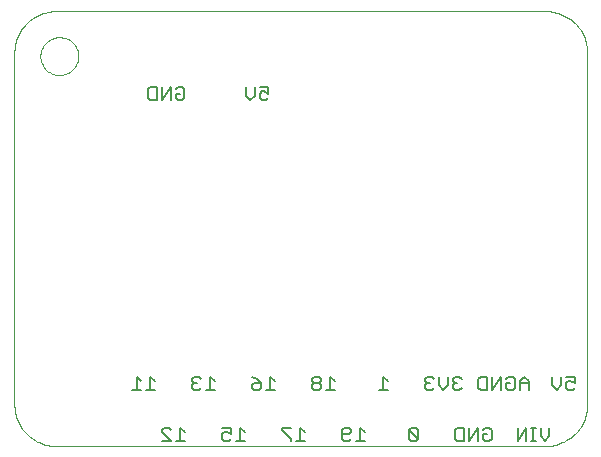
<source format=gbo>
G75*
G70*
%OFA0B0*%
%FSLAX24Y24*%
%IPPOS*%
%LPD*%
%AMOC8*
5,1,8,0,0,1.08239X$1,22.5*
%
%ADD10C,0.0000*%
%ADD11C,0.0060*%
D10*
X001580Y000180D02*
X017880Y000180D01*
X017953Y000182D01*
X018026Y000188D01*
X018099Y000197D01*
X018171Y000211D01*
X018242Y000228D01*
X018313Y000249D01*
X018382Y000273D01*
X018449Y000301D01*
X018516Y000333D01*
X018580Y000368D01*
X018642Y000406D01*
X018703Y000447D01*
X018761Y000492D01*
X018817Y000540D01*
X018870Y000590D01*
X018920Y000643D01*
X018968Y000699D01*
X019013Y000757D01*
X019054Y000818D01*
X019092Y000880D01*
X019127Y000944D01*
X019159Y001011D01*
X019187Y001078D01*
X019211Y001147D01*
X019232Y001218D01*
X019249Y001289D01*
X019263Y001361D01*
X019272Y001434D01*
X019278Y001507D01*
X019280Y001580D01*
X019280Y013280D01*
X019278Y013353D01*
X019272Y013426D01*
X019263Y013499D01*
X019249Y013571D01*
X019232Y013642D01*
X019211Y013713D01*
X019187Y013782D01*
X019159Y013849D01*
X019127Y013916D01*
X019092Y013980D01*
X019054Y014042D01*
X019013Y014103D01*
X018968Y014161D01*
X018920Y014217D01*
X018870Y014270D01*
X018817Y014320D01*
X018761Y014368D01*
X018703Y014413D01*
X018642Y014454D01*
X018580Y014492D01*
X018516Y014527D01*
X018449Y014559D01*
X018382Y014587D01*
X018313Y014611D01*
X018242Y014632D01*
X018171Y014649D01*
X018099Y014663D01*
X018026Y014672D01*
X017953Y014678D01*
X017880Y014680D01*
X001580Y014680D01*
X001507Y014678D01*
X001434Y014672D01*
X001361Y014663D01*
X001289Y014649D01*
X001218Y014632D01*
X001147Y014611D01*
X001078Y014587D01*
X001011Y014559D01*
X000944Y014527D01*
X000880Y014492D01*
X000818Y014454D01*
X000757Y014413D01*
X000699Y014368D01*
X000643Y014320D01*
X000590Y014270D01*
X000540Y014217D01*
X000492Y014161D01*
X000447Y014103D01*
X000406Y014042D01*
X000368Y013980D01*
X000333Y013916D01*
X000301Y013849D01*
X000273Y013782D01*
X000249Y013713D01*
X000228Y013642D01*
X000211Y013571D01*
X000197Y013499D01*
X000188Y013426D01*
X000182Y013353D01*
X000180Y013280D01*
X000180Y001580D01*
X000182Y001507D01*
X000188Y001434D01*
X000197Y001361D01*
X000211Y001289D01*
X000228Y001218D01*
X000249Y001147D01*
X000273Y001078D01*
X000301Y001011D01*
X000333Y000944D01*
X000368Y000880D01*
X000406Y000818D01*
X000447Y000757D01*
X000492Y000699D01*
X000540Y000643D01*
X000590Y000590D01*
X000643Y000540D01*
X000699Y000492D01*
X000757Y000447D01*
X000818Y000406D01*
X000880Y000368D01*
X000944Y000333D01*
X001011Y000301D01*
X001078Y000273D01*
X001147Y000249D01*
X001218Y000228D01*
X001289Y000211D01*
X001361Y000197D01*
X001434Y000188D01*
X001507Y000182D01*
X001580Y000180D01*
X001050Y013180D02*
X001052Y013230D01*
X001058Y013280D01*
X001068Y013329D01*
X001082Y013377D01*
X001099Y013424D01*
X001120Y013469D01*
X001145Y013513D01*
X001173Y013554D01*
X001205Y013593D01*
X001239Y013630D01*
X001276Y013664D01*
X001316Y013694D01*
X001358Y013721D01*
X001402Y013745D01*
X001448Y013766D01*
X001495Y013782D01*
X001543Y013795D01*
X001593Y013804D01*
X001642Y013809D01*
X001693Y013810D01*
X001743Y013807D01*
X001792Y013800D01*
X001841Y013789D01*
X001889Y013774D01*
X001935Y013756D01*
X001980Y013734D01*
X002023Y013708D01*
X002064Y013679D01*
X002103Y013647D01*
X002139Y013612D01*
X002171Y013574D01*
X002201Y013534D01*
X002228Y013491D01*
X002251Y013447D01*
X002270Y013401D01*
X002286Y013353D01*
X002298Y013304D01*
X002306Y013255D01*
X002310Y013205D01*
X002310Y013155D01*
X002306Y013105D01*
X002298Y013056D01*
X002286Y013007D01*
X002270Y012959D01*
X002251Y012913D01*
X002228Y012869D01*
X002201Y012826D01*
X002171Y012786D01*
X002139Y012748D01*
X002103Y012713D01*
X002064Y012681D01*
X002023Y012652D01*
X001980Y012626D01*
X001935Y012604D01*
X001889Y012586D01*
X001841Y012571D01*
X001792Y012560D01*
X001743Y012553D01*
X001693Y012550D01*
X001642Y012551D01*
X001593Y012556D01*
X001543Y012565D01*
X001495Y012578D01*
X001448Y012594D01*
X001402Y012615D01*
X001358Y012639D01*
X001316Y012666D01*
X001276Y012696D01*
X001239Y012730D01*
X001205Y012767D01*
X001173Y012806D01*
X001145Y012847D01*
X001120Y012891D01*
X001099Y012936D01*
X001082Y012983D01*
X001068Y013031D01*
X001058Y013080D01*
X001052Y013130D01*
X001050Y013180D01*
D11*
X004636Y012077D02*
X004636Y011783D01*
X004709Y011710D01*
X004929Y011710D01*
X004929Y012150D01*
X004709Y012150D01*
X004636Y012077D01*
X005096Y012150D02*
X005096Y011710D01*
X005390Y012150D01*
X005390Y011710D01*
X005556Y011783D02*
X005556Y011930D01*
X005703Y011930D01*
X005556Y011783D02*
X005630Y011710D01*
X005777Y011710D01*
X005850Y011783D01*
X005850Y012077D01*
X005777Y012150D01*
X005630Y012150D01*
X005556Y012077D01*
X007896Y012150D02*
X007896Y011857D01*
X008043Y011710D01*
X008190Y011857D01*
X008190Y012150D01*
X008356Y012150D02*
X008650Y012150D01*
X008650Y011930D01*
X008503Y012004D01*
X008430Y012004D01*
X008356Y011930D01*
X008356Y011783D01*
X008430Y011710D01*
X008577Y011710D01*
X008650Y011783D01*
X008714Y002500D02*
X008714Y002060D01*
X008860Y002060D02*
X008567Y002060D01*
X008400Y002133D02*
X008327Y002060D01*
X008180Y002060D01*
X008106Y002133D01*
X008106Y002207D01*
X008180Y002280D01*
X008400Y002280D01*
X008400Y002133D01*
X008400Y002280D02*
X008253Y002427D01*
X008106Y002500D01*
X008714Y002500D02*
X008860Y002354D01*
X010106Y002354D02*
X010180Y002280D01*
X010327Y002280D01*
X010400Y002354D01*
X010400Y002427D01*
X010327Y002500D01*
X010180Y002500D01*
X010106Y002427D01*
X010106Y002354D01*
X010180Y002280D02*
X010106Y002207D01*
X010106Y002133D01*
X010180Y002060D01*
X010327Y002060D01*
X010400Y002133D01*
X010400Y002207D01*
X010327Y002280D01*
X010567Y002060D02*
X010860Y002060D01*
X010714Y002060D02*
X010714Y002500D01*
X010860Y002354D01*
X012337Y002060D02*
X012630Y002060D01*
X012483Y002060D02*
X012483Y002500D01*
X012630Y002354D01*
X013876Y002354D02*
X013950Y002280D01*
X013876Y002207D01*
X013876Y002133D01*
X013950Y002060D01*
X014096Y002060D01*
X014170Y002133D01*
X014337Y002207D02*
X014337Y002500D01*
X014170Y002427D02*
X014096Y002500D01*
X013950Y002500D01*
X013876Y002427D01*
X013876Y002354D01*
X013950Y002280D02*
X014023Y002280D01*
X014337Y002207D02*
X014483Y002060D01*
X014630Y002207D01*
X014630Y002500D01*
X014797Y002427D02*
X014797Y002354D01*
X014870Y002280D01*
X014797Y002207D01*
X014797Y002133D01*
X014870Y002060D01*
X015017Y002060D01*
X015091Y002133D01*
X014944Y002280D02*
X014870Y002280D01*
X014797Y002427D02*
X014870Y002500D01*
X015017Y002500D01*
X015091Y002427D01*
X015646Y002427D02*
X015646Y002133D01*
X015719Y002060D01*
X015940Y002060D01*
X015940Y002500D01*
X015719Y002500D01*
X015646Y002427D01*
X016106Y002500D02*
X016106Y002060D01*
X016400Y002500D01*
X016400Y002060D01*
X016567Y002133D02*
X016567Y002280D01*
X016714Y002280D01*
X016860Y002133D02*
X016787Y002060D01*
X016640Y002060D01*
X016567Y002133D01*
X016860Y002133D02*
X016860Y002427D01*
X016787Y002500D01*
X016640Y002500D01*
X016567Y002427D01*
X017027Y002354D02*
X017027Y002060D01*
X017321Y002060D02*
X017321Y002354D01*
X017174Y002500D01*
X017027Y002354D01*
X017027Y002280D02*
X017321Y002280D01*
X018106Y002207D02*
X018106Y002500D01*
X018400Y002500D02*
X018400Y002207D01*
X018253Y002060D01*
X018106Y002207D01*
X018567Y002280D02*
X018567Y002133D01*
X018640Y002060D01*
X018787Y002060D01*
X018860Y002133D01*
X018860Y002280D02*
X018714Y002354D01*
X018640Y002354D01*
X018567Y002280D01*
X018567Y002500D02*
X018860Y002500D01*
X018860Y002280D01*
X018014Y000800D02*
X018014Y000507D01*
X017867Y000360D01*
X017720Y000507D01*
X017720Y000800D01*
X017553Y000800D02*
X017407Y000800D01*
X017480Y000800D02*
X017480Y000360D01*
X017553Y000360D02*
X017407Y000360D01*
X017247Y000360D02*
X017247Y000800D01*
X016953Y000360D01*
X016953Y000800D01*
X016091Y000727D02*
X016091Y000433D01*
X016017Y000360D01*
X015870Y000360D01*
X015797Y000433D01*
X015797Y000580D01*
X015944Y000580D01*
X016091Y000727D02*
X016017Y000800D01*
X015870Y000800D01*
X015797Y000727D01*
X015630Y000800D02*
X015337Y000360D01*
X015337Y000800D01*
X015170Y000800D02*
X014950Y000800D01*
X014876Y000727D01*
X014876Y000433D01*
X014950Y000360D01*
X015170Y000360D01*
X015170Y000800D01*
X015630Y000800D02*
X015630Y000360D01*
X013630Y000433D02*
X013337Y000727D01*
X013337Y000433D01*
X013410Y000360D01*
X013557Y000360D01*
X013630Y000433D01*
X013630Y000727D01*
X013557Y000800D01*
X013410Y000800D01*
X013337Y000727D01*
X011860Y000654D02*
X011714Y000800D01*
X011714Y000360D01*
X011860Y000360D02*
X011567Y000360D01*
X011400Y000433D02*
X011327Y000360D01*
X011180Y000360D01*
X011106Y000433D01*
X011106Y000727D01*
X011180Y000800D01*
X011327Y000800D01*
X011400Y000727D01*
X011400Y000654D01*
X011327Y000580D01*
X011106Y000580D01*
X009860Y000654D02*
X009714Y000800D01*
X009714Y000360D01*
X009860Y000360D02*
X009567Y000360D01*
X009400Y000360D02*
X009400Y000433D01*
X009106Y000727D01*
X009106Y000800D01*
X009400Y000800D01*
X007860Y000654D02*
X007714Y000800D01*
X007714Y000360D01*
X007860Y000360D02*
X007567Y000360D01*
X007400Y000433D02*
X007327Y000360D01*
X007180Y000360D01*
X007106Y000433D01*
X007106Y000580D01*
X007180Y000654D01*
X007253Y000654D01*
X007400Y000580D01*
X007400Y000800D01*
X007106Y000800D01*
X005860Y000654D02*
X005714Y000800D01*
X005714Y000360D01*
X005860Y000360D02*
X005567Y000360D01*
X005400Y000360D02*
X005106Y000654D01*
X005106Y000727D01*
X005180Y000800D01*
X005327Y000800D01*
X005400Y000727D01*
X005400Y000360D02*
X005106Y000360D01*
X004860Y002060D02*
X004567Y002060D01*
X004714Y002060D02*
X004714Y002500D01*
X004860Y002354D01*
X004400Y002354D02*
X004253Y002500D01*
X004253Y002060D01*
X004400Y002060D02*
X004106Y002060D01*
X006106Y002133D02*
X006180Y002060D01*
X006327Y002060D01*
X006400Y002133D01*
X006567Y002060D02*
X006860Y002060D01*
X006714Y002060D02*
X006714Y002500D01*
X006860Y002354D01*
X006400Y002427D02*
X006327Y002500D01*
X006180Y002500D01*
X006106Y002427D01*
X006106Y002354D01*
X006180Y002280D01*
X006106Y002207D01*
X006106Y002133D01*
X006180Y002280D02*
X006253Y002280D01*
M02*

</source>
